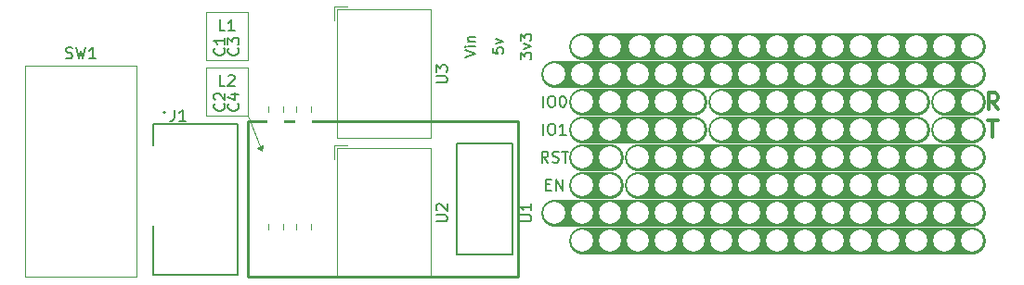
<source format=gbr>
G04 #@! TF.GenerationSoftware,KiCad,Pcbnew,5.1.5*
G04 #@! TF.CreationDate,2020-02-21T12:03:57-06:00*
G04 #@! TF.ProjectId,ESP-01_Breakout,4553502d-3031-45f4-9272-65616b6f7574,rev?*
G04 #@! TF.SameCoordinates,Original*
G04 #@! TF.FileFunction,Legend,Top*
G04 #@! TF.FilePolarity,Positive*
%FSLAX46Y46*%
G04 Gerber Fmt 4.6, Leading zero omitted, Abs format (unit mm)*
G04 Created by KiCad (PCBNEW 5.1.5) date 2020-02-21 12:03:57*
%MOMM*%
%LPD*%
G04 APERTURE LIST*
%ADD10C,2.413000*%
%ADD11C,0.100000*%
%ADD12C,0.120000*%
%ADD13C,0.150000*%
%ADD14C,0.300000*%
%ADD15C,0.152400*%
%ADD16C,0.254000*%
%ADD17C,0.200000*%
%ADD18C,0.127000*%
%ADD19C,2.007000*%
%ADD20R,1.829200X1.829200*%
%ADD21O,1.829200X1.829200*%
%ADD22C,2.602000*%
%ADD23C,1.752000*%
%ADD24R,1.752000X1.752000*%
%ADD25O,2.402000X1.602000*%
%ADD26R,2.402000X1.602000*%
%ADD27R,2.152000X3.602000*%
G04 APERTURE END LIST*
D10*
X203200000Y-88900000D02*
X205740000Y-88900000D01*
X203200000Y-86360000D02*
X205740000Y-86360000D01*
X175260000Y-93980000D02*
X205740000Y-93980000D01*
X175260000Y-91440000D02*
X205740000Y-91440000D01*
X182880000Y-88900000D02*
X200660000Y-88900000D01*
X182880000Y-86360000D02*
X200660000Y-86360000D01*
X170180000Y-99060000D02*
X205740000Y-99060000D01*
X167640000Y-96520000D02*
X205740000Y-96520000D01*
X170180000Y-93980000D02*
X172720000Y-93980000D01*
X170180000Y-91440000D02*
X172720000Y-91440000D01*
X170180000Y-88900000D02*
X180340000Y-88900000D01*
X170180000Y-86360000D02*
X180340000Y-86360000D01*
X167640000Y-83820000D02*
X205740000Y-83820000D01*
X170180000Y-81280000D02*
X205740000Y-81280000D01*
D11*
G36*
X140970000Y-90805000D02*
G01*
X140589000Y-90551000D01*
X141097000Y-90297000D01*
X140970000Y-90805000D01*
G37*
X140970000Y-90805000D02*
X140589000Y-90551000D01*
X141097000Y-90297000D01*
X140970000Y-90805000D01*
D12*
X139700000Y-87630000D02*
X140970000Y-90805000D01*
X135890000Y-87630000D02*
X139700000Y-87630000D01*
X135890000Y-83185000D02*
X135890000Y-87630000D01*
X139700000Y-83185000D02*
X135890000Y-83185000D01*
X139700000Y-87630000D02*
X139700000Y-83185000D01*
X135890000Y-82550000D02*
X135890000Y-78105000D01*
X139700000Y-82550000D02*
X135890000Y-82550000D01*
X139700000Y-78105000D02*
X139700000Y-82550000D01*
X135890000Y-78105000D02*
X139700000Y-78105000D01*
D13*
X164552380Y-82470476D02*
X164552380Y-81851428D01*
X164933333Y-82184761D01*
X164933333Y-82041904D01*
X164980952Y-81946666D01*
X165028571Y-81899047D01*
X165123809Y-81851428D01*
X165361904Y-81851428D01*
X165457142Y-81899047D01*
X165504761Y-81946666D01*
X165552380Y-82041904D01*
X165552380Y-82327619D01*
X165504761Y-82422857D01*
X165457142Y-82470476D01*
X164885714Y-81518095D02*
X165552380Y-81280000D01*
X164885714Y-81041904D01*
X164552380Y-80756190D02*
X164552380Y-80137142D01*
X164933333Y-80470476D01*
X164933333Y-80327619D01*
X164980952Y-80232380D01*
X165028571Y-80184761D01*
X165123809Y-80137142D01*
X165361904Y-80137142D01*
X165457142Y-80184761D01*
X165504761Y-80232380D01*
X165552380Y-80327619D01*
X165552380Y-80613333D01*
X165504761Y-80708571D01*
X165457142Y-80756190D01*
X162012380Y-81422857D02*
X162012380Y-81899047D01*
X162488571Y-81946666D01*
X162440952Y-81899047D01*
X162393333Y-81803809D01*
X162393333Y-81565714D01*
X162440952Y-81470476D01*
X162488571Y-81422857D01*
X162583809Y-81375238D01*
X162821904Y-81375238D01*
X162917142Y-81422857D01*
X162964761Y-81470476D01*
X163012380Y-81565714D01*
X163012380Y-81803809D01*
X162964761Y-81899047D01*
X162917142Y-81946666D01*
X162345714Y-81041904D02*
X163012380Y-80803809D01*
X162345714Y-80565714D01*
X159472380Y-82303809D02*
X160472380Y-81970476D01*
X159472380Y-81637142D01*
X160472380Y-81303809D02*
X159805714Y-81303809D01*
X159472380Y-81303809D02*
X159520000Y-81351428D01*
X159567619Y-81303809D01*
X159520000Y-81256190D01*
X159472380Y-81303809D01*
X159567619Y-81303809D01*
X159805714Y-80827619D02*
X160472380Y-80827619D01*
X159900952Y-80827619D02*
X159853333Y-80780000D01*
X159805714Y-80684761D01*
X159805714Y-80541904D01*
X159853333Y-80446666D01*
X159948571Y-80399047D01*
X160472380Y-80399047D01*
D14*
X207216428Y-88078571D02*
X208073571Y-88078571D01*
X207645000Y-89578571D02*
X207645000Y-88078571D01*
X208109285Y-87038571D02*
X207609285Y-86324285D01*
X207252142Y-87038571D02*
X207252142Y-85538571D01*
X207823571Y-85538571D01*
X207966428Y-85610000D01*
X208037857Y-85681428D01*
X208109285Y-85824285D01*
X208109285Y-86038571D01*
X208037857Y-86181428D01*
X207966428Y-86252857D01*
X207823571Y-86324285D01*
X207252142Y-86324285D01*
D15*
X166890095Y-93907428D02*
X167228761Y-93907428D01*
X167373904Y-94439619D02*
X166890095Y-94439619D01*
X166890095Y-93423619D01*
X167373904Y-93423619D01*
X167809333Y-94439619D02*
X167809333Y-93423619D01*
X168389904Y-94439619D01*
X168389904Y-93423619D01*
X167083619Y-91899619D02*
X166744952Y-91415809D01*
X166503047Y-91899619D02*
X166503047Y-90883619D01*
X166890095Y-90883619D01*
X166986857Y-90932000D01*
X167035238Y-90980380D01*
X167083619Y-91077142D01*
X167083619Y-91222285D01*
X167035238Y-91319047D01*
X166986857Y-91367428D01*
X166890095Y-91415809D01*
X166503047Y-91415809D01*
X167470666Y-91851238D02*
X167615809Y-91899619D01*
X167857714Y-91899619D01*
X167954476Y-91851238D01*
X168002857Y-91802857D01*
X168051238Y-91706095D01*
X168051238Y-91609333D01*
X168002857Y-91512571D01*
X167954476Y-91464190D01*
X167857714Y-91415809D01*
X167664190Y-91367428D01*
X167567428Y-91319047D01*
X167519047Y-91270666D01*
X167470666Y-91173904D01*
X167470666Y-91077142D01*
X167519047Y-90980380D01*
X167567428Y-90932000D01*
X167664190Y-90883619D01*
X167906095Y-90883619D01*
X168051238Y-90932000D01*
X168341523Y-90883619D02*
X168922095Y-90883619D01*
X168631809Y-91899619D02*
X168631809Y-90883619D01*
X166624000Y-89359619D02*
X166624000Y-88343619D01*
X167301333Y-88343619D02*
X167494857Y-88343619D01*
X167591619Y-88392000D01*
X167688380Y-88488761D01*
X167736761Y-88682285D01*
X167736761Y-89020952D01*
X167688380Y-89214476D01*
X167591619Y-89311238D01*
X167494857Y-89359619D01*
X167301333Y-89359619D01*
X167204571Y-89311238D01*
X167107809Y-89214476D01*
X167059428Y-89020952D01*
X167059428Y-88682285D01*
X167107809Y-88488761D01*
X167204571Y-88392000D01*
X167301333Y-88343619D01*
X168704380Y-89359619D02*
X168123809Y-89359619D01*
X168414095Y-89359619D02*
X168414095Y-88343619D01*
X168317333Y-88488761D01*
X168220571Y-88585523D01*
X168123809Y-88633904D01*
X166624000Y-86819619D02*
X166624000Y-85803619D01*
X167301333Y-85803619D02*
X167494857Y-85803619D01*
X167591619Y-85852000D01*
X167688380Y-85948761D01*
X167736761Y-86142285D01*
X167736761Y-86480952D01*
X167688380Y-86674476D01*
X167591619Y-86771238D01*
X167494857Y-86819619D01*
X167301333Y-86819619D01*
X167204571Y-86771238D01*
X167107809Y-86674476D01*
X167059428Y-86480952D01*
X167059428Y-86142285D01*
X167107809Y-85948761D01*
X167204571Y-85852000D01*
X167301333Y-85803619D01*
X168365714Y-85803619D02*
X168462476Y-85803619D01*
X168559238Y-85852000D01*
X168607619Y-85900380D01*
X168656000Y-85997142D01*
X168704380Y-86190666D01*
X168704380Y-86432571D01*
X168656000Y-86626095D01*
X168607619Y-86722857D01*
X168559238Y-86771238D01*
X168462476Y-86819619D01*
X168365714Y-86819619D01*
X168268952Y-86771238D01*
X168220571Y-86722857D01*
X168172190Y-86626095D01*
X168123809Y-86432571D01*
X168123809Y-86190666D01*
X168172190Y-85997142D01*
X168220571Y-85900380D01*
X168268952Y-85852000D01*
X168365714Y-85803619D01*
D16*
X164338000Y-102362000D02*
X139700000Y-102362000D01*
X139700000Y-102362000D02*
X139700000Y-88138000D01*
X139700000Y-88138000D02*
X164338000Y-88138000D01*
X164338000Y-88138000D02*
X164338000Y-102362000D01*
D15*
X161290000Y-100330000D02*
X163830000Y-100330000D01*
X163830000Y-100330000D02*
X163830000Y-97790000D01*
X163830000Y-97790000D02*
X163830000Y-90170000D01*
X163830000Y-90170000D02*
X158750000Y-90170000D01*
X158750000Y-90170000D02*
X158750000Y-100330000D01*
X158750000Y-100330000D02*
X161290000Y-100330000D01*
D12*
X129540000Y-83058000D02*
X119380000Y-83058000D01*
X119380000Y-83058000D02*
X119380000Y-102362000D01*
X129540000Y-102362000D02*
X119380000Y-102362000D01*
X129540000Y-83058000D02*
X129540000Y-102362000D01*
D17*
X132180000Y-87340000D02*
G75*
G03X132180000Y-87340000I-100000J0D01*
G01*
D18*
X138770000Y-102140000D02*
X131090000Y-102140000D01*
X131090000Y-88340000D02*
X138770000Y-88340000D01*
X138770000Y-88340000D02*
X138770000Y-102140000D01*
X131090000Y-90295000D02*
X131090000Y-88340000D01*
X131090000Y-102140000D02*
X131090000Y-97665000D01*
D12*
X147560000Y-77669000D02*
X147560000Y-78909000D01*
X148800000Y-77669000D02*
X147560000Y-77669000D01*
X156420000Y-89630000D02*
X147800000Y-89630000D01*
X156420000Y-77909000D02*
X147800000Y-77909000D01*
X147800000Y-77909000D02*
X147800000Y-89630000D01*
X156420000Y-77909000D02*
X156420000Y-89630000D01*
X147560000Y-90369000D02*
X147560000Y-91609000D01*
X148800000Y-90369000D02*
X147560000Y-90369000D01*
X156420000Y-102330000D02*
X147800000Y-102330000D01*
X156420000Y-90609000D02*
X147800000Y-90609000D01*
X147800000Y-90609000D02*
X147800000Y-102330000D01*
X156420000Y-90609000D02*
X156420000Y-102330000D01*
X144070000Y-97528748D02*
X144070000Y-98051252D01*
X145490000Y-97528748D02*
X145490000Y-98051252D01*
X144070000Y-86733748D02*
X144070000Y-87256252D01*
X145490000Y-86733748D02*
X145490000Y-87256252D01*
X141530000Y-97528748D02*
X141530000Y-98051252D01*
X142950000Y-97528748D02*
X142950000Y-98051252D01*
X141530000Y-86733748D02*
X141530000Y-87256252D01*
X142950000Y-86733748D02*
X142950000Y-87256252D01*
D15*
X164543619Y-97294095D02*
X165366095Y-97294095D01*
X165462857Y-97245714D01*
X165511238Y-97197333D01*
X165559619Y-97100571D01*
X165559619Y-96907047D01*
X165511238Y-96810285D01*
X165462857Y-96761904D01*
X165366095Y-96713523D01*
X164543619Y-96713523D01*
X165559619Y-95697523D02*
X165559619Y-96278095D01*
X165559619Y-95987809D02*
X164543619Y-95987809D01*
X164688761Y-96084571D01*
X164785523Y-96181333D01*
X164833904Y-96278095D01*
X123105333Y-82326238D02*
X123250476Y-82374619D01*
X123492380Y-82374619D01*
X123589142Y-82326238D01*
X123637523Y-82277857D01*
X123685904Y-82181095D01*
X123685904Y-82084333D01*
X123637523Y-81987571D01*
X123589142Y-81939190D01*
X123492380Y-81890809D01*
X123298857Y-81842428D01*
X123202095Y-81794047D01*
X123153714Y-81745666D01*
X123105333Y-81648904D01*
X123105333Y-81552142D01*
X123153714Y-81455380D01*
X123202095Y-81407000D01*
X123298857Y-81358619D01*
X123540761Y-81358619D01*
X123685904Y-81407000D01*
X124024571Y-81358619D02*
X124266476Y-82374619D01*
X124460000Y-81648904D01*
X124653523Y-82374619D01*
X124895428Y-81358619D01*
X125814666Y-82374619D02*
X125234095Y-82374619D01*
X125524380Y-82374619D02*
X125524380Y-81358619D01*
X125427619Y-81503761D01*
X125330857Y-81600523D01*
X125234095Y-81648904D01*
X133011333Y-87073619D02*
X133011333Y-87799333D01*
X132962952Y-87944476D01*
X132866190Y-88041238D01*
X132721047Y-88089619D01*
X132624285Y-88089619D01*
X134027333Y-88089619D02*
X133446761Y-88089619D01*
X133737047Y-88089619D02*
X133737047Y-87073619D01*
X133640285Y-87218761D01*
X133543523Y-87315523D01*
X133446761Y-87363904D01*
X156863619Y-84594095D02*
X157686095Y-84594095D01*
X157782857Y-84545714D01*
X157831238Y-84497333D01*
X157879619Y-84400571D01*
X157879619Y-84207047D01*
X157831238Y-84110285D01*
X157782857Y-84061904D01*
X157686095Y-84013523D01*
X156863619Y-84013523D01*
X156863619Y-83626476D02*
X156863619Y-82997523D01*
X157250666Y-83336190D01*
X157250666Y-83191047D01*
X157299047Y-83094285D01*
X157347428Y-83045904D01*
X157444190Y-82997523D01*
X157686095Y-82997523D01*
X157782857Y-83045904D01*
X157831238Y-83094285D01*
X157879619Y-83191047D01*
X157879619Y-83481333D01*
X157831238Y-83578095D01*
X157782857Y-83626476D01*
X156863619Y-97294095D02*
X157686095Y-97294095D01*
X157782857Y-97245714D01*
X157831238Y-97197333D01*
X157879619Y-97100571D01*
X157879619Y-96907047D01*
X157831238Y-96810285D01*
X157782857Y-96761904D01*
X157686095Y-96713523D01*
X156863619Y-96713523D01*
X156960380Y-96278095D02*
X156912000Y-96229714D01*
X156863619Y-96132952D01*
X156863619Y-95891047D01*
X156912000Y-95794285D01*
X156960380Y-95745904D01*
X157057142Y-95697523D01*
X157153904Y-95697523D01*
X157299047Y-95745904D01*
X157879619Y-96326476D01*
X157879619Y-95697523D01*
X137625666Y-84914619D02*
X137141857Y-84914619D01*
X137141857Y-83898619D01*
X137915952Y-83995380D02*
X137964333Y-83947000D01*
X138061095Y-83898619D01*
X138303000Y-83898619D01*
X138399761Y-83947000D01*
X138448142Y-83995380D01*
X138496523Y-84092142D01*
X138496523Y-84188904D01*
X138448142Y-84334047D01*
X137867571Y-84914619D01*
X138496523Y-84914619D01*
X137625666Y-79834619D02*
X137141857Y-79834619D01*
X137141857Y-78818619D01*
X138496523Y-79834619D02*
X137915952Y-79834619D01*
X138206238Y-79834619D02*
X138206238Y-78818619D01*
X138109476Y-78963761D01*
X138012714Y-79060523D01*
X137915952Y-79108904D01*
X138792857Y-86529333D02*
X138841238Y-86577714D01*
X138889619Y-86722857D01*
X138889619Y-86819619D01*
X138841238Y-86964761D01*
X138744476Y-87061523D01*
X138647714Y-87109904D01*
X138454190Y-87158285D01*
X138309047Y-87158285D01*
X138115523Y-87109904D01*
X138018761Y-87061523D01*
X137922000Y-86964761D01*
X137873619Y-86819619D01*
X137873619Y-86722857D01*
X137922000Y-86577714D01*
X137970380Y-86529333D01*
X138212285Y-85658476D02*
X138889619Y-85658476D01*
X137825238Y-85900380D02*
X138550952Y-86142285D01*
X138550952Y-85513333D01*
X138792857Y-81449333D02*
X138841238Y-81497714D01*
X138889619Y-81642857D01*
X138889619Y-81739619D01*
X138841238Y-81884761D01*
X138744476Y-81981523D01*
X138647714Y-82029904D01*
X138454190Y-82078285D01*
X138309047Y-82078285D01*
X138115523Y-82029904D01*
X138018761Y-81981523D01*
X137922000Y-81884761D01*
X137873619Y-81739619D01*
X137873619Y-81642857D01*
X137922000Y-81497714D01*
X137970380Y-81449333D01*
X137873619Y-81110666D02*
X137873619Y-80481714D01*
X138260666Y-80820380D01*
X138260666Y-80675238D01*
X138309047Y-80578476D01*
X138357428Y-80530095D01*
X138454190Y-80481714D01*
X138696095Y-80481714D01*
X138792857Y-80530095D01*
X138841238Y-80578476D01*
X138889619Y-80675238D01*
X138889619Y-80965523D01*
X138841238Y-81062285D01*
X138792857Y-81110666D01*
X137522857Y-86529333D02*
X137571238Y-86577714D01*
X137619619Y-86722857D01*
X137619619Y-86819619D01*
X137571238Y-86964761D01*
X137474476Y-87061523D01*
X137377714Y-87109904D01*
X137184190Y-87158285D01*
X137039047Y-87158285D01*
X136845523Y-87109904D01*
X136748761Y-87061523D01*
X136652000Y-86964761D01*
X136603619Y-86819619D01*
X136603619Y-86722857D01*
X136652000Y-86577714D01*
X136700380Y-86529333D01*
X136700380Y-86142285D02*
X136652000Y-86093904D01*
X136603619Y-85997142D01*
X136603619Y-85755238D01*
X136652000Y-85658476D01*
X136700380Y-85610095D01*
X136797142Y-85561714D01*
X136893904Y-85561714D01*
X137039047Y-85610095D01*
X137619619Y-86190666D01*
X137619619Y-85561714D01*
X137522857Y-81449333D02*
X137571238Y-81497714D01*
X137619619Y-81642857D01*
X137619619Y-81739619D01*
X137571238Y-81884761D01*
X137474476Y-81981523D01*
X137377714Y-82029904D01*
X137184190Y-82078285D01*
X137039047Y-82078285D01*
X136845523Y-82029904D01*
X136748761Y-81981523D01*
X136652000Y-81884761D01*
X136603619Y-81739619D01*
X136603619Y-81642857D01*
X136652000Y-81497714D01*
X136700380Y-81449333D01*
X137619619Y-80481714D02*
X137619619Y-81062285D01*
X137619619Y-80772000D02*
X136603619Y-80772000D01*
X136748761Y-80868761D01*
X136845523Y-80965523D01*
X136893904Y-81062285D01*
%LPC*%
D19*
X187960000Y-81280000D03*
D20*
X162560000Y-99060000D03*
D21*
X160020000Y-99060000D03*
X162560000Y-96520000D03*
X160020000Y-96520000D03*
X162560000Y-93980000D03*
X160020000Y-93980000D03*
X162560000Y-91440000D03*
X160020000Y-91440000D03*
D19*
X160020000Y-83820000D03*
X167640000Y-83820000D03*
X167640000Y-96520000D03*
X162560000Y-83820000D03*
X165100000Y-83820000D03*
X205740000Y-99060000D03*
X205740000Y-83820000D03*
X170180000Y-91440000D03*
X172720000Y-93980000D03*
X205740000Y-86360000D03*
X205740000Y-88900000D03*
X198120000Y-96520000D03*
X170180000Y-99060000D03*
X172720000Y-99060000D03*
X177800000Y-83820000D03*
X172720000Y-91440000D03*
X170180000Y-93980000D03*
X203200000Y-86360000D03*
X203200000Y-88900000D03*
X182880000Y-96520000D03*
X203200000Y-99060000D03*
X182880000Y-99060000D03*
X175260000Y-83820000D03*
X177800000Y-93980000D03*
X205740000Y-91440000D03*
X198120000Y-88900000D03*
X198120000Y-86360000D03*
X193040000Y-96520000D03*
X185420000Y-99060000D03*
X177800000Y-99060000D03*
X172720000Y-83820000D03*
X175260000Y-93980000D03*
X198120000Y-91440000D03*
X193040000Y-88900000D03*
X195580000Y-86360000D03*
X190500000Y-96520000D03*
X180340000Y-99060000D03*
X170180000Y-83820000D03*
X203200000Y-93980000D03*
X203200000Y-91440000D03*
X190500000Y-88900000D03*
X193040000Y-86360000D03*
X180340000Y-96520000D03*
X175260000Y-99060000D03*
X190500000Y-81280000D03*
X203200000Y-83820000D03*
X182880000Y-93980000D03*
X200660000Y-91440000D03*
X195580000Y-88900000D03*
X187960000Y-86360000D03*
X185420000Y-96520000D03*
X203200000Y-81280000D03*
X193040000Y-81280000D03*
X180340000Y-83820000D03*
X190500000Y-93980000D03*
X195580000Y-91440000D03*
X200660000Y-88900000D03*
X190500000Y-86360000D03*
X200660000Y-96520000D03*
X198120000Y-81280000D03*
X205740000Y-81280000D03*
X193040000Y-83820000D03*
X187960000Y-93980000D03*
X175260000Y-91440000D03*
X187960000Y-88900000D03*
X200660000Y-86360000D03*
X203200000Y-96520000D03*
X200660000Y-81280000D03*
X185420000Y-81280000D03*
X200660000Y-83820000D03*
X193040000Y-93980000D03*
X193040000Y-91440000D03*
X182880000Y-88900000D03*
X182880000Y-86360000D03*
X205740000Y-96520000D03*
X195580000Y-81280000D03*
X182880000Y-81280000D03*
X190500000Y-83820000D03*
X180340000Y-93980000D03*
X190500000Y-91440000D03*
X185420000Y-88900000D03*
X185420000Y-86360000D03*
X177800000Y-96520000D03*
X198120000Y-99060000D03*
X180340000Y-81280000D03*
X187960000Y-83820000D03*
X205740000Y-93980000D03*
X185420000Y-91440000D03*
X180340000Y-88900000D03*
X180340000Y-86360000D03*
X170180000Y-96520000D03*
X170180000Y-81280000D03*
X200660000Y-99060000D03*
X185420000Y-83820000D03*
X195580000Y-93980000D03*
X187960000Y-91440000D03*
X177800000Y-88900000D03*
X175260000Y-86360000D03*
X187960000Y-96520000D03*
X177800000Y-81280000D03*
X195580000Y-99060000D03*
X198120000Y-83820000D03*
X198120000Y-93980000D03*
X177800000Y-91440000D03*
X172720000Y-88900000D03*
X172720000Y-86360000D03*
X172720000Y-96520000D03*
X187960000Y-99060000D03*
X175410000Y-81280000D03*
X182880000Y-83820000D03*
X185420000Y-93980000D03*
X182880000Y-91440000D03*
X170180000Y-88900000D03*
X170180000Y-86360000D03*
X195580000Y-96520000D03*
X190500000Y-99060000D03*
X172720000Y-81280000D03*
X195580000Y-83820000D03*
X200660000Y-93980000D03*
X180340000Y-91440000D03*
X175260000Y-88900000D03*
X177800000Y-86360000D03*
X175260000Y-96520000D03*
X193040000Y-99060000D03*
D22*
X127000000Y-97460000D03*
X127000000Y-92710000D03*
X127000000Y-87960000D03*
D23*
X134620000Y-96520000D03*
D24*
X132080000Y-96520000D03*
D23*
X134620000Y-91440000D03*
D24*
X132080000Y-91440000D03*
D25*
X149860000Y-86360000D03*
X149860000Y-83820000D03*
D26*
X149860000Y-81280000D03*
D25*
X149860000Y-99060000D03*
X149860000Y-96520000D03*
D26*
X149860000Y-93980000D03*
D27*
X144885000Y-92710000D03*
X142135000Y-92710000D03*
X144885000Y-81915000D03*
X142135000Y-81915000D03*
D18*
G36*
X145285505Y-98190311D02*
G01*
X145311925Y-98194230D01*
X145337835Y-98200720D01*
X145362983Y-98209718D01*
X145387128Y-98221138D01*
X145410038Y-98234869D01*
X145431492Y-98250780D01*
X145451282Y-98268718D01*
X145469220Y-98288508D01*
X145485131Y-98309962D01*
X145498862Y-98332872D01*
X145510282Y-98357017D01*
X145519280Y-98382165D01*
X145525770Y-98408075D01*
X145529689Y-98434495D01*
X145531000Y-98461173D01*
X145531000Y-99168827D01*
X145529689Y-99195505D01*
X145525770Y-99221925D01*
X145519280Y-99247835D01*
X145510282Y-99272983D01*
X145498862Y-99297128D01*
X145485131Y-99320038D01*
X145469220Y-99341492D01*
X145451282Y-99361282D01*
X145431492Y-99379220D01*
X145410038Y-99395131D01*
X145387128Y-99408862D01*
X145362983Y-99420282D01*
X145337835Y-99429280D01*
X145311925Y-99435770D01*
X145285505Y-99439689D01*
X145258827Y-99441000D01*
X144301173Y-99441000D01*
X144274495Y-99439689D01*
X144248075Y-99435770D01*
X144222165Y-99429280D01*
X144197017Y-99420282D01*
X144172872Y-99408862D01*
X144149962Y-99395131D01*
X144128508Y-99379220D01*
X144108718Y-99361282D01*
X144090780Y-99341492D01*
X144074869Y-99320038D01*
X144061138Y-99297128D01*
X144049718Y-99272983D01*
X144040720Y-99247835D01*
X144034230Y-99221925D01*
X144030311Y-99195505D01*
X144029000Y-99168827D01*
X144029000Y-98461173D01*
X144030311Y-98434495D01*
X144034230Y-98408075D01*
X144040720Y-98382165D01*
X144049718Y-98357017D01*
X144061138Y-98332872D01*
X144074869Y-98309962D01*
X144090780Y-98288508D01*
X144108718Y-98268718D01*
X144128508Y-98250780D01*
X144149962Y-98234869D01*
X144172872Y-98221138D01*
X144197017Y-98209718D01*
X144222165Y-98200720D01*
X144248075Y-98194230D01*
X144274495Y-98190311D01*
X144301173Y-98189000D01*
X145258827Y-98189000D01*
X145285505Y-98190311D01*
G37*
G36*
X145285505Y-96140311D02*
G01*
X145311925Y-96144230D01*
X145337835Y-96150720D01*
X145362983Y-96159718D01*
X145387128Y-96171138D01*
X145410038Y-96184869D01*
X145431492Y-96200780D01*
X145451282Y-96218718D01*
X145469220Y-96238508D01*
X145485131Y-96259962D01*
X145498862Y-96282872D01*
X145510282Y-96307017D01*
X145519280Y-96332165D01*
X145525770Y-96358075D01*
X145529689Y-96384495D01*
X145531000Y-96411173D01*
X145531000Y-97118827D01*
X145529689Y-97145505D01*
X145525770Y-97171925D01*
X145519280Y-97197835D01*
X145510282Y-97222983D01*
X145498862Y-97247128D01*
X145485131Y-97270038D01*
X145469220Y-97291492D01*
X145451282Y-97311282D01*
X145431492Y-97329220D01*
X145410038Y-97345131D01*
X145387128Y-97358862D01*
X145362983Y-97370282D01*
X145337835Y-97379280D01*
X145311925Y-97385770D01*
X145285505Y-97389689D01*
X145258827Y-97391000D01*
X144301173Y-97391000D01*
X144274495Y-97389689D01*
X144248075Y-97385770D01*
X144222165Y-97379280D01*
X144197017Y-97370282D01*
X144172872Y-97358862D01*
X144149962Y-97345131D01*
X144128508Y-97329220D01*
X144108718Y-97311282D01*
X144090780Y-97291492D01*
X144074869Y-97270038D01*
X144061138Y-97247128D01*
X144049718Y-97222983D01*
X144040720Y-97197835D01*
X144034230Y-97171925D01*
X144030311Y-97145505D01*
X144029000Y-97118827D01*
X144029000Y-96411173D01*
X144030311Y-96384495D01*
X144034230Y-96358075D01*
X144040720Y-96332165D01*
X144049718Y-96307017D01*
X144061138Y-96282872D01*
X144074869Y-96259962D01*
X144090780Y-96238508D01*
X144108718Y-96218718D01*
X144128508Y-96200780D01*
X144149962Y-96184869D01*
X144172872Y-96171138D01*
X144197017Y-96159718D01*
X144222165Y-96150720D01*
X144248075Y-96144230D01*
X144274495Y-96140311D01*
X144301173Y-96139000D01*
X145258827Y-96139000D01*
X145285505Y-96140311D01*
G37*
G36*
X145285505Y-87395311D02*
G01*
X145311925Y-87399230D01*
X145337835Y-87405720D01*
X145362983Y-87414718D01*
X145387128Y-87426138D01*
X145410038Y-87439869D01*
X145431492Y-87455780D01*
X145451282Y-87473718D01*
X145469220Y-87493508D01*
X145485131Y-87514962D01*
X145498862Y-87537872D01*
X145510282Y-87562017D01*
X145519280Y-87587165D01*
X145525770Y-87613075D01*
X145529689Y-87639495D01*
X145531000Y-87666173D01*
X145531000Y-88373827D01*
X145529689Y-88400505D01*
X145525770Y-88426925D01*
X145519280Y-88452835D01*
X145510282Y-88477983D01*
X145498862Y-88502128D01*
X145485131Y-88525038D01*
X145469220Y-88546492D01*
X145451282Y-88566282D01*
X145431492Y-88584220D01*
X145410038Y-88600131D01*
X145387128Y-88613862D01*
X145362983Y-88625282D01*
X145337835Y-88634280D01*
X145311925Y-88640770D01*
X145285505Y-88644689D01*
X145258827Y-88646000D01*
X144301173Y-88646000D01*
X144274495Y-88644689D01*
X144248075Y-88640770D01*
X144222165Y-88634280D01*
X144197017Y-88625282D01*
X144172872Y-88613862D01*
X144149962Y-88600131D01*
X144128508Y-88584220D01*
X144108718Y-88566282D01*
X144090780Y-88546492D01*
X144074869Y-88525038D01*
X144061138Y-88502128D01*
X144049718Y-88477983D01*
X144040720Y-88452835D01*
X144034230Y-88426925D01*
X144030311Y-88400505D01*
X144029000Y-88373827D01*
X144029000Y-87666173D01*
X144030311Y-87639495D01*
X144034230Y-87613075D01*
X144040720Y-87587165D01*
X144049718Y-87562017D01*
X144061138Y-87537872D01*
X144074869Y-87514962D01*
X144090780Y-87493508D01*
X144108718Y-87473718D01*
X144128508Y-87455780D01*
X144149962Y-87439869D01*
X144172872Y-87426138D01*
X144197017Y-87414718D01*
X144222165Y-87405720D01*
X144248075Y-87399230D01*
X144274495Y-87395311D01*
X144301173Y-87394000D01*
X145258827Y-87394000D01*
X145285505Y-87395311D01*
G37*
G36*
X145285505Y-85345311D02*
G01*
X145311925Y-85349230D01*
X145337835Y-85355720D01*
X145362983Y-85364718D01*
X145387128Y-85376138D01*
X145410038Y-85389869D01*
X145431492Y-85405780D01*
X145451282Y-85423718D01*
X145469220Y-85443508D01*
X145485131Y-85464962D01*
X145498862Y-85487872D01*
X145510282Y-85512017D01*
X145519280Y-85537165D01*
X145525770Y-85563075D01*
X145529689Y-85589495D01*
X145531000Y-85616173D01*
X145531000Y-86323827D01*
X145529689Y-86350505D01*
X145525770Y-86376925D01*
X145519280Y-86402835D01*
X145510282Y-86427983D01*
X145498862Y-86452128D01*
X145485131Y-86475038D01*
X145469220Y-86496492D01*
X145451282Y-86516282D01*
X145431492Y-86534220D01*
X145410038Y-86550131D01*
X145387128Y-86563862D01*
X145362983Y-86575282D01*
X145337835Y-86584280D01*
X145311925Y-86590770D01*
X145285505Y-86594689D01*
X145258827Y-86596000D01*
X144301173Y-86596000D01*
X144274495Y-86594689D01*
X144248075Y-86590770D01*
X144222165Y-86584280D01*
X144197017Y-86575282D01*
X144172872Y-86563862D01*
X144149962Y-86550131D01*
X144128508Y-86534220D01*
X144108718Y-86516282D01*
X144090780Y-86496492D01*
X144074869Y-86475038D01*
X144061138Y-86452128D01*
X144049718Y-86427983D01*
X144040720Y-86402835D01*
X144034230Y-86376925D01*
X144030311Y-86350505D01*
X144029000Y-86323827D01*
X144029000Y-85616173D01*
X144030311Y-85589495D01*
X144034230Y-85563075D01*
X144040720Y-85537165D01*
X144049718Y-85512017D01*
X144061138Y-85487872D01*
X144074869Y-85464962D01*
X144090780Y-85443508D01*
X144108718Y-85423718D01*
X144128508Y-85405780D01*
X144149962Y-85389869D01*
X144172872Y-85376138D01*
X144197017Y-85364718D01*
X144222165Y-85355720D01*
X144248075Y-85349230D01*
X144274495Y-85345311D01*
X144301173Y-85344000D01*
X145258827Y-85344000D01*
X145285505Y-85345311D01*
G37*
G36*
X142745505Y-98190311D02*
G01*
X142771925Y-98194230D01*
X142797835Y-98200720D01*
X142822983Y-98209718D01*
X142847128Y-98221138D01*
X142870038Y-98234869D01*
X142891492Y-98250780D01*
X142911282Y-98268718D01*
X142929220Y-98288508D01*
X142945131Y-98309962D01*
X142958862Y-98332872D01*
X142970282Y-98357017D01*
X142979280Y-98382165D01*
X142985770Y-98408075D01*
X142989689Y-98434495D01*
X142991000Y-98461173D01*
X142991000Y-99168827D01*
X142989689Y-99195505D01*
X142985770Y-99221925D01*
X142979280Y-99247835D01*
X142970282Y-99272983D01*
X142958862Y-99297128D01*
X142945131Y-99320038D01*
X142929220Y-99341492D01*
X142911282Y-99361282D01*
X142891492Y-99379220D01*
X142870038Y-99395131D01*
X142847128Y-99408862D01*
X142822983Y-99420282D01*
X142797835Y-99429280D01*
X142771925Y-99435770D01*
X142745505Y-99439689D01*
X142718827Y-99441000D01*
X141761173Y-99441000D01*
X141734495Y-99439689D01*
X141708075Y-99435770D01*
X141682165Y-99429280D01*
X141657017Y-99420282D01*
X141632872Y-99408862D01*
X141609962Y-99395131D01*
X141588508Y-99379220D01*
X141568718Y-99361282D01*
X141550780Y-99341492D01*
X141534869Y-99320038D01*
X141521138Y-99297128D01*
X141509718Y-99272983D01*
X141500720Y-99247835D01*
X141494230Y-99221925D01*
X141490311Y-99195505D01*
X141489000Y-99168827D01*
X141489000Y-98461173D01*
X141490311Y-98434495D01*
X141494230Y-98408075D01*
X141500720Y-98382165D01*
X141509718Y-98357017D01*
X141521138Y-98332872D01*
X141534869Y-98309962D01*
X141550780Y-98288508D01*
X141568718Y-98268718D01*
X141588508Y-98250780D01*
X141609962Y-98234869D01*
X141632872Y-98221138D01*
X141657017Y-98209718D01*
X141682165Y-98200720D01*
X141708075Y-98194230D01*
X141734495Y-98190311D01*
X141761173Y-98189000D01*
X142718827Y-98189000D01*
X142745505Y-98190311D01*
G37*
G36*
X142745505Y-96140311D02*
G01*
X142771925Y-96144230D01*
X142797835Y-96150720D01*
X142822983Y-96159718D01*
X142847128Y-96171138D01*
X142870038Y-96184869D01*
X142891492Y-96200780D01*
X142911282Y-96218718D01*
X142929220Y-96238508D01*
X142945131Y-96259962D01*
X142958862Y-96282872D01*
X142970282Y-96307017D01*
X142979280Y-96332165D01*
X142985770Y-96358075D01*
X142989689Y-96384495D01*
X142991000Y-96411173D01*
X142991000Y-97118827D01*
X142989689Y-97145505D01*
X142985770Y-97171925D01*
X142979280Y-97197835D01*
X142970282Y-97222983D01*
X142958862Y-97247128D01*
X142945131Y-97270038D01*
X142929220Y-97291492D01*
X142911282Y-97311282D01*
X142891492Y-97329220D01*
X142870038Y-97345131D01*
X142847128Y-97358862D01*
X142822983Y-97370282D01*
X142797835Y-97379280D01*
X142771925Y-97385770D01*
X142745505Y-97389689D01*
X142718827Y-97391000D01*
X141761173Y-97391000D01*
X141734495Y-97389689D01*
X141708075Y-97385770D01*
X141682165Y-97379280D01*
X141657017Y-97370282D01*
X141632872Y-97358862D01*
X141609962Y-97345131D01*
X141588508Y-97329220D01*
X141568718Y-97311282D01*
X141550780Y-97291492D01*
X141534869Y-97270038D01*
X141521138Y-97247128D01*
X141509718Y-97222983D01*
X141500720Y-97197835D01*
X141494230Y-97171925D01*
X141490311Y-97145505D01*
X141489000Y-97118827D01*
X141489000Y-96411173D01*
X141490311Y-96384495D01*
X141494230Y-96358075D01*
X141500720Y-96332165D01*
X141509718Y-96307017D01*
X141521138Y-96282872D01*
X141534869Y-96259962D01*
X141550780Y-96238508D01*
X141568718Y-96218718D01*
X141588508Y-96200780D01*
X141609962Y-96184869D01*
X141632872Y-96171138D01*
X141657017Y-96159718D01*
X141682165Y-96150720D01*
X141708075Y-96144230D01*
X141734495Y-96140311D01*
X141761173Y-96139000D01*
X142718827Y-96139000D01*
X142745505Y-96140311D01*
G37*
G36*
X142745505Y-87395311D02*
G01*
X142771925Y-87399230D01*
X142797835Y-87405720D01*
X142822983Y-87414718D01*
X142847128Y-87426138D01*
X142870038Y-87439869D01*
X142891492Y-87455780D01*
X142911282Y-87473718D01*
X142929220Y-87493508D01*
X142945131Y-87514962D01*
X142958862Y-87537872D01*
X142970282Y-87562017D01*
X142979280Y-87587165D01*
X142985770Y-87613075D01*
X142989689Y-87639495D01*
X142991000Y-87666173D01*
X142991000Y-88373827D01*
X142989689Y-88400505D01*
X142985770Y-88426925D01*
X142979280Y-88452835D01*
X142970282Y-88477983D01*
X142958862Y-88502128D01*
X142945131Y-88525038D01*
X142929220Y-88546492D01*
X142911282Y-88566282D01*
X142891492Y-88584220D01*
X142870038Y-88600131D01*
X142847128Y-88613862D01*
X142822983Y-88625282D01*
X142797835Y-88634280D01*
X142771925Y-88640770D01*
X142745505Y-88644689D01*
X142718827Y-88646000D01*
X141761173Y-88646000D01*
X141734495Y-88644689D01*
X141708075Y-88640770D01*
X141682165Y-88634280D01*
X141657017Y-88625282D01*
X141632872Y-88613862D01*
X141609962Y-88600131D01*
X141588508Y-88584220D01*
X141568718Y-88566282D01*
X141550780Y-88546492D01*
X141534869Y-88525038D01*
X141521138Y-88502128D01*
X141509718Y-88477983D01*
X141500720Y-88452835D01*
X141494230Y-88426925D01*
X141490311Y-88400505D01*
X141489000Y-88373827D01*
X141489000Y-87666173D01*
X141490311Y-87639495D01*
X141494230Y-87613075D01*
X141500720Y-87587165D01*
X141509718Y-87562017D01*
X141521138Y-87537872D01*
X141534869Y-87514962D01*
X141550780Y-87493508D01*
X141568718Y-87473718D01*
X141588508Y-87455780D01*
X141609962Y-87439869D01*
X141632872Y-87426138D01*
X141657017Y-87414718D01*
X141682165Y-87405720D01*
X141708075Y-87399230D01*
X141734495Y-87395311D01*
X141761173Y-87394000D01*
X142718827Y-87394000D01*
X142745505Y-87395311D01*
G37*
G36*
X142745505Y-85345311D02*
G01*
X142771925Y-85349230D01*
X142797835Y-85355720D01*
X142822983Y-85364718D01*
X142847128Y-85376138D01*
X142870038Y-85389869D01*
X142891492Y-85405780D01*
X142911282Y-85423718D01*
X142929220Y-85443508D01*
X142945131Y-85464962D01*
X142958862Y-85487872D01*
X142970282Y-85512017D01*
X142979280Y-85537165D01*
X142985770Y-85563075D01*
X142989689Y-85589495D01*
X142991000Y-85616173D01*
X142991000Y-86323827D01*
X142989689Y-86350505D01*
X142985770Y-86376925D01*
X142979280Y-86402835D01*
X142970282Y-86427983D01*
X142958862Y-86452128D01*
X142945131Y-86475038D01*
X142929220Y-86496492D01*
X142911282Y-86516282D01*
X142891492Y-86534220D01*
X142870038Y-86550131D01*
X142847128Y-86563862D01*
X142822983Y-86575282D01*
X142797835Y-86584280D01*
X142771925Y-86590770D01*
X142745505Y-86594689D01*
X142718827Y-86596000D01*
X141761173Y-86596000D01*
X141734495Y-86594689D01*
X141708075Y-86590770D01*
X141682165Y-86584280D01*
X141657017Y-86575282D01*
X141632872Y-86563862D01*
X141609962Y-86550131D01*
X141588508Y-86534220D01*
X141568718Y-86516282D01*
X141550780Y-86496492D01*
X141534869Y-86475038D01*
X141521138Y-86452128D01*
X141509718Y-86427983D01*
X141500720Y-86402835D01*
X141494230Y-86376925D01*
X141490311Y-86350505D01*
X141489000Y-86323827D01*
X141489000Y-85616173D01*
X141490311Y-85589495D01*
X141494230Y-85563075D01*
X141500720Y-85537165D01*
X141509718Y-85512017D01*
X141521138Y-85487872D01*
X141534869Y-85464962D01*
X141550780Y-85443508D01*
X141568718Y-85423718D01*
X141588508Y-85405780D01*
X141609962Y-85389869D01*
X141632872Y-85376138D01*
X141657017Y-85364718D01*
X141682165Y-85355720D01*
X141708075Y-85349230D01*
X141734495Y-85345311D01*
X141761173Y-85344000D01*
X142718827Y-85344000D01*
X142745505Y-85345311D01*
G37*
M02*

</source>
